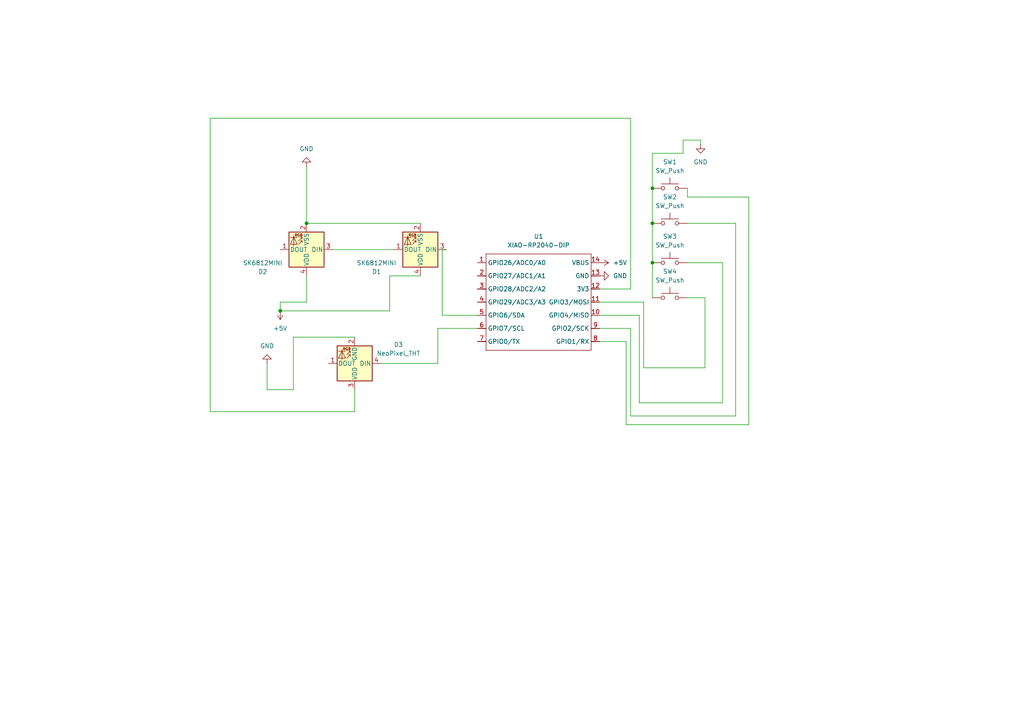
<source format=kicad_sch>
(kicad_sch
	(version 20250114)
	(generator "eeschema")
	(generator_version "9.0")
	(uuid "3b64f3d3-d1ce-470e-b686-868833528a99")
	(paper "A4")
	(lib_symbols
		(symbol "LED:NeoPixel_THT"
			(pin_names
				(offset 0.254)
			)
			(exclude_from_sim no)
			(in_bom yes)
			(on_board yes)
			(property "Reference" "D"
				(at 5.08 5.715 0)
				(effects
					(font
						(size 1.27 1.27)
					)
					(justify right bottom)
				)
			)
			(property "Value" "NeoPixel_THT"
				(at 1.27 -5.715 0)
				(effects
					(font
						(size 1.27 1.27)
					)
					(justify left top)
				)
			)
			(property "Footprint" ""
				(at 1.27 -7.62 0)
				(effects
					(font
						(size 1.27 1.27)
					)
					(justify left top)
					(hide yes)
				)
			)
			(property "Datasheet" "https://www.adafruit.com/product/1938"
				(at 2.54 -9.525 0)
				(effects
					(font
						(size 1.27 1.27)
					)
					(justify left top)
					(hide yes)
				)
			)
			(property "Description" "RGB LED with integrated controller, 5mm/8mm LED package"
				(at 0 0 0)
				(effects
					(font
						(size 1.27 1.27)
					)
					(hide yes)
				)
			)
			(property "ki_keywords" "RGB LED NeoPixel addressable"
				(at 0 0 0)
				(effects
					(font
						(size 1.27 1.27)
					)
					(hide yes)
				)
			)
			(property "ki_fp_filters" "LED*D5.0mm* LED*D8.0mm*"
				(at 0 0 0)
				(effects
					(font
						(size 1.27 1.27)
					)
					(hide yes)
				)
			)
			(symbol "NeoPixel_THT_0_0"
				(text "RGB"
					(at 2.286 -4.191 0)
					(effects
						(font
							(size 0.762 0.762)
						)
					)
				)
			)
			(symbol "NeoPixel_THT_0_1"
				(polyline
					(pts
						(xy 1.27 -2.54) (xy 1.778 -2.54)
					)
					(stroke
						(width 0)
						(type default)
					)
					(fill
						(type none)
					)
				)
				(polyline
					(pts
						(xy 1.27 -3.556) (xy 1.778 -3.556)
					)
					(stroke
						(width 0)
						(type default)
					)
					(fill
						(type none)
					)
				)
				(polyline
					(pts
						(xy 2.286 -1.524) (xy 1.27 -2.54) (xy 1.27 -2.032)
					)
					(stroke
						(width 0)
						(type default)
					)
					(fill
						(type none)
					)
				)
				(polyline
					(pts
						(xy 2.286 -2.54) (xy 1.27 -3.556) (xy 1.27 -3.048)
					)
					(stroke
						(width 0)
						(type default)
					)
					(fill
						(type none)
					)
				)
				(polyline
					(pts
						(xy 3.683 -1.016) (xy 3.683 -3.556) (xy 3.683 -4.064)
					)
					(stroke
						(width 0)
						(type default)
					)
					(fill
						(type none)
					)
				)
				(polyline
					(pts
						(xy 4.699 -1.524) (xy 2.667 -1.524) (xy 3.683 -3.556) (xy 4.699 -1.524)
					)
					(stroke
						(width 0)
						(type default)
					)
					(fill
						(type none)
					)
				)
				(polyline
					(pts
						(xy 4.699 -3.556) (xy 2.667 -3.556)
					)
					(stroke
						(width 0)
						(type default)
					)
					(fill
						(type none)
					)
				)
				(rectangle
					(start 5.08 5.08)
					(end -5.08 -5.08)
					(stroke
						(width 0.254)
						(type default)
					)
					(fill
						(type background)
					)
				)
			)
			(symbol "NeoPixel_THT_1_1"
				(pin input line
					(at -7.62 0 0)
					(length 2.54)
					(name "DIN"
						(effects
							(font
								(size 1.27 1.27)
							)
						)
					)
					(number "4"
						(effects
							(font
								(size 1.27 1.27)
							)
						)
					)
				)
				(pin power_in line
					(at 0 7.62 270)
					(length 2.54)
					(name "VDD"
						(effects
							(font
								(size 1.27 1.27)
							)
						)
					)
					(number "3"
						(effects
							(font
								(size 1.27 1.27)
							)
						)
					)
				)
				(pin power_in line
					(at 0 -7.62 90)
					(length 2.54)
					(name "GND"
						(effects
							(font
								(size 1.27 1.27)
							)
						)
					)
					(number "2"
						(effects
							(font
								(size 1.27 1.27)
							)
						)
					)
				)
				(pin output line
					(at 7.62 0 180)
					(length 2.54)
					(name "DOUT"
						(effects
							(font
								(size 1.27 1.27)
							)
						)
					)
					(number "1"
						(effects
							(font
								(size 1.27 1.27)
							)
						)
					)
				)
			)
			(embedded_fonts no)
		)
		(symbol "LED:SK6812MINI"
			(pin_names
				(offset 0.254)
			)
			(exclude_from_sim no)
			(in_bom yes)
			(on_board yes)
			(property "Reference" "D"
				(at 5.08 5.715 0)
				(effects
					(font
						(size 1.27 1.27)
					)
					(justify right bottom)
				)
			)
			(property "Value" "SK6812MINI"
				(at 1.27 -5.715 0)
				(effects
					(font
						(size 1.27 1.27)
					)
					(justify left top)
				)
			)
			(property "Footprint" "LED_SMD:LED_SK6812MINI_PLCC4_3.5x3.5mm_P1.75mm"
				(at 1.27 -7.62 0)
				(effects
					(font
						(size 1.27 1.27)
					)
					(justify left top)
					(hide yes)
				)
			)
			(property "Datasheet" "https://cdn-shop.adafruit.com/product-files/2686/SK6812MINI_REV.01-1-2.pdf"
				(at 2.54 -9.525 0)
				(effects
					(font
						(size 1.27 1.27)
					)
					(justify left top)
					(hide yes)
				)
			)
			(property "Description" "RGB LED with integrated controller"
				(at 0 0 0)
				(effects
					(font
						(size 1.27 1.27)
					)
					(hide yes)
				)
			)
			(property "ki_keywords" "RGB LED NeoPixel Mini addressable"
				(at 0 0 0)
				(effects
					(font
						(size 1.27 1.27)
					)
					(hide yes)
				)
			)
			(property "ki_fp_filters" "LED*SK6812MINI*PLCC*3.5x3.5mm*P1.75mm*"
				(at 0 0 0)
				(effects
					(font
						(size 1.27 1.27)
					)
					(hide yes)
				)
			)
			(symbol "SK6812MINI_0_0"
				(text "RGB"
					(at 2.286 -4.191 0)
					(effects
						(font
							(size 0.762 0.762)
						)
					)
				)
			)
			(symbol "SK6812MINI_0_1"
				(polyline
					(pts
						(xy 1.27 -2.54) (xy 1.778 -2.54)
					)
					(stroke
						(width 0)
						(type default)
					)
					(fill
						(type none)
					)
				)
				(polyline
					(pts
						(xy 1.27 -3.556) (xy 1.778 -3.556)
					)
					(stroke
						(width 0)
						(type default)
					)
					(fill
						(type none)
					)
				)
				(polyline
					(pts
						(xy 2.286 -1.524) (xy 1.27 -2.54) (xy 1.27 -2.032)
					)
					(stroke
						(width 0)
						(type default)
					)
					(fill
						(type none)
					)
				)
				(polyline
					(pts
						(xy 2.286 -2.54) (xy 1.27 -3.556) (xy 1.27 -3.048)
					)
					(stroke
						(width 0)
						(type default)
					)
					(fill
						(type none)
					)
				)
				(polyline
					(pts
						(xy 3.683 -1.016) (xy 3.683 -3.556) (xy 3.683 -4.064)
					)
					(stroke
						(width 0)
						(type default)
					)
					(fill
						(type none)
					)
				)
				(polyline
					(pts
						(xy 4.699 -1.524) (xy 2.667 -1.524) (xy 3.683 -3.556) (xy 4.699 -1.524)
					)
					(stroke
						(width 0)
						(type default)
					)
					(fill
						(type none)
					)
				)
				(polyline
					(pts
						(xy 4.699 -3.556) (xy 2.667 -3.556)
					)
					(stroke
						(width 0)
						(type default)
					)
					(fill
						(type none)
					)
				)
				(rectangle
					(start 5.08 5.08)
					(end -5.08 -5.08)
					(stroke
						(width 0.254)
						(type default)
					)
					(fill
						(type background)
					)
				)
			)
			(symbol "SK6812MINI_1_1"
				(pin input line
					(at -7.62 0 0)
					(length 2.54)
					(name "DIN"
						(effects
							(font
								(size 1.27 1.27)
							)
						)
					)
					(number "3"
						(effects
							(font
								(size 1.27 1.27)
							)
						)
					)
				)
				(pin power_in line
					(at 0 7.62 270)
					(length 2.54)
					(name "VDD"
						(effects
							(font
								(size 1.27 1.27)
							)
						)
					)
					(number "4"
						(effects
							(font
								(size 1.27 1.27)
							)
						)
					)
				)
				(pin power_in line
					(at 0 -7.62 90)
					(length 2.54)
					(name "VSS"
						(effects
							(font
								(size 1.27 1.27)
							)
						)
					)
					(number "2"
						(effects
							(font
								(size 1.27 1.27)
							)
						)
					)
				)
				(pin output line
					(at 7.62 0 180)
					(length 2.54)
					(name "DOUT"
						(effects
							(font
								(size 1.27 1.27)
							)
						)
					)
					(number "1"
						(effects
							(font
								(size 1.27 1.27)
							)
						)
					)
				)
			)
			(embedded_fonts no)
		)
		(symbol "OPL:XIAO-RP2040-DIP"
			(exclude_from_sim no)
			(in_bom yes)
			(on_board yes)
			(property "Reference" "U"
				(at 0 0 0)
				(effects
					(font
						(size 1.27 1.27)
					)
				)
			)
			(property "Value" "XIAO-RP2040-DIP"
				(at 5.334 -1.778 0)
				(effects
					(font
						(size 1.27 1.27)
					)
				)
			)
			(property "Footprint" "Module:MOUDLE14P-XIAO-DIP-SMD"
				(at 14.478 -32.258 0)
				(effects
					(font
						(size 1.27 1.27)
					)
					(hide yes)
				)
			)
			(property "Datasheet" ""
				(at 0 0 0)
				(effects
					(font
						(size 1.27 1.27)
					)
					(hide yes)
				)
			)
			(property "Description" ""
				(at 0 0 0)
				(effects
					(font
						(size 1.27 1.27)
					)
					(hide yes)
				)
			)
			(symbol "XIAO-RP2040-DIP_1_0"
				(polyline
					(pts
						(xy -1.27 -2.54) (xy 29.21 -2.54)
					)
					(stroke
						(width 0.1524)
						(type solid)
					)
					(fill
						(type none)
					)
				)
				(polyline
					(pts
						(xy -1.27 -5.08) (xy -2.54 -5.08)
					)
					(stroke
						(width 0.1524)
						(type solid)
					)
					(fill
						(type none)
					)
				)
				(polyline
					(pts
						(xy -1.27 -5.08) (xy -1.27 -2.54)
					)
					(stroke
						(width 0.1524)
						(type solid)
					)
					(fill
						(type none)
					)
				)
				(polyline
					(pts
						(xy -1.27 -8.89) (xy -2.54 -8.89)
					)
					(stroke
						(width 0.1524)
						(type solid)
					)
					(fill
						(type none)
					)
				)
				(polyline
					(pts
						(xy -1.27 -8.89) (xy -1.27 -5.08)
					)
					(stroke
						(width 0.1524)
						(type solid)
					)
					(fill
						(type none)
					)
				)
				(polyline
					(pts
						(xy -1.27 -12.7) (xy -2.54 -12.7)
					)
					(stroke
						(width 0.1524)
						(type solid)
					)
					(fill
						(type none)
					)
				)
				(polyline
					(pts
						(xy -1.27 -12.7) (xy -1.27 -8.89)
					)
					(stroke
						(width 0.1524)
						(type solid)
					)
					(fill
						(type none)
					)
				)
				(polyline
					(pts
						(xy -1.27 -16.51) (xy -2.54 -16.51)
					)
					(stroke
						(width 0.1524)
						(type solid)
					)
					(fill
						(type none)
					)
				)
				(polyline
					(pts
						(xy -1.27 -16.51) (xy -1.27 -12.7)
					)
					(stroke
						(width 0.1524)
						(type solid)
					)
					(fill
						(type none)
					)
				)
				(polyline
					(pts
						(xy -1.27 -20.32) (xy -2.54 -20.32)
					)
					(stroke
						(width 0.1524)
						(type solid)
					)
					(fill
						(type none)
					)
				)
				(polyline
					(pts
						(xy -1.27 -24.13) (xy -2.54 -24.13)
					)
					(stroke
						(width 0.1524)
						(type solid)
					)
					(fill
						(type none)
					)
				)
				(polyline
					(pts
						(xy -1.27 -27.94) (xy -2.54 -27.94)
					)
					(stroke
						(width 0.1524)
						(type solid)
					)
					(fill
						(type none)
					)
				)
				(polyline
					(pts
						(xy -1.27 -30.48) (xy -1.27 -16.51)
					)
					(stroke
						(width 0.1524)
						(type solid)
					)
					(fill
						(type none)
					)
				)
				(polyline
					(pts
						(xy 29.21 -2.54) (xy 29.21 -5.08)
					)
					(stroke
						(width 0.1524)
						(type solid)
					)
					(fill
						(type none)
					)
				)
				(polyline
					(pts
						(xy 29.21 -5.08) (xy 29.21 -8.89)
					)
					(stroke
						(width 0.1524)
						(type solid)
					)
					(fill
						(type none)
					)
				)
				(polyline
					(pts
						(xy 29.21 -8.89) (xy 29.21 -12.7)
					)
					(stroke
						(width 0.1524)
						(type solid)
					)
					(fill
						(type none)
					)
				)
				(polyline
					(pts
						(xy 29.21 -12.7) (xy 29.21 -30.48)
					)
					(stroke
						(width 0.1524)
						(type solid)
					)
					(fill
						(type none)
					)
				)
				(polyline
					(pts
						(xy 29.21 -30.48) (xy -1.27 -30.48)
					)
					(stroke
						(width 0.1524)
						(type solid)
					)
					(fill
						(type none)
					)
				)
				(polyline
					(pts
						(xy 30.48 -5.08) (xy 29.21 -5.08)
					)
					(stroke
						(width 0.1524)
						(type solid)
					)
					(fill
						(type none)
					)
				)
				(polyline
					(pts
						(xy 30.48 -8.89) (xy 29.21 -8.89)
					)
					(stroke
						(width 0.1524)
						(type solid)
					)
					(fill
						(type none)
					)
				)
				(polyline
					(pts
						(xy 30.48 -12.7) (xy 29.21 -12.7)
					)
					(stroke
						(width 0.1524)
						(type solid)
					)
					(fill
						(type none)
					)
				)
				(polyline
					(pts
						(xy 30.48 -16.51) (xy 29.21 -16.51)
					)
					(stroke
						(width 0.1524)
						(type solid)
					)
					(fill
						(type none)
					)
				)
				(polyline
					(pts
						(xy 30.48 -20.32) (xy 29.21 -20.32)
					)
					(stroke
						(width 0.1524)
						(type solid)
					)
					(fill
						(type none)
					)
				)
				(polyline
					(pts
						(xy 30.48 -24.13) (xy 29.21 -24.13)
					)
					(stroke
						(width 0.1524)
						(type solid)
					)
					(fill
						(type none)
					)
				)
				(polyline
					(pts
						(xy 30.48 -27.94) (xy 29.21 -27.94)
					)
					(stroke
						(width 0.1524)
						(type solid)
					)
					(fill
						(type none)
					)
				)
				(pin passive line
					(at -3.81 -5.08 0)
					(length 2.54)
					(name "GPIO26/ADC0/A0"
						(effects
							(font
								(size 1.27 1.27)
							)
						)
					)
					(number "1"
						(effects
							(font
								(size 1.27 1.27)
							)
						)
					)
				)
				(pin passive line
					(at -3.81 -8.89 0)
					(length 2.54)
					(name "GPIO27/ADC1/A1"
						(effects
							(font
								(size 1.27 1.27)
							)
						)
					)
					(number "2"
						(effects
							(font
								(size 1.27 1.27)
							)
						)
					)
				)
				(pin passive line
					(at -3.81 -12.7 0)
					(length 2.54)
					(name "GPIO28/ADC2/A2"
						(effects
							(font
								(size 1.27 1.27)
							)
						)
					)
					(number "3"
						(effects
							(font
								(size 1.27 1.27)
							)
						)
					)
				)
				(pin passive line
					(at -3.81 -16.51 0)
					(length 2.54)
					(name "GPIO29/ADC3/A3"
						(effects
							(font
								(size 1.27 1.27)
							)
						)
					)
					(number "4"
						(effects
							(font
								(size 1.27 1.27)
							)
						)
					)
				)
				(pin passive line
					(at -3.81 -20.32 0)
					(length 2.54)
					(name "GPIO6/SDA"
						(effects
							(font
								(size 1.27 1.27)
							)
						)
					)
					(number "5"
						(effects
							(font
								(size 1.27 1.27)
							)
						)
					)
				)
				(pin passive line
					(at -3.81 -24.13 0)
					(length 2.54)
					(name "GPIO7/SCL"
						(effects
							(font
								(size 1.27 1.27)
							)
						)
					)
					(number "6"
						(effects
							(font
								(size 1.27 1.27)
							)
						)
					)
				)
				(pin passive line
					(at -3.81 -27.94 0)
					(length 2.54)
					(name "GPIO0/TX"
						(effects
							(font
								(size 1.27 1.27)
							)
						)
					)
					(number "7"
						(effects
							(font
								(size 1.27 1.27)
							)
						)
					)
				)
				(pin passive line
					(at 31.75 -5.08 180)
					(length 2.54)
					(name "VBUS"
						(effects
							(font
								(size 1.27 1.27)
							)
						)
					)
					(number "14"
						(effects
							(font
								(size 1.27 1.27)
							)
						)
					)
				)
				(pin passive line
					(at 31.75 -8.89 180)
					(length 2.54)
					(name "GND"
						(effects
							(font
								(size 1.27 1.27)
							)
						)
					)
					(number "13"
						(effects
							(font
								(size 1.27 1.27)
							)
						)
					)
				)
				(pin passive line
					(at 31.75 -12.7 180)
					(length 2.54)
					(name "3V3"
						(effects
							(font
								(size 1.27 1.27)
							)
						)
					)
					(number "12"
						(effects
							(font
								(size 1.27 1.27)
							)
						)
					)
				)
				(pin passive line
					(at 31.75 -16.51 180)
					(length 2.54)
					(name "GPIO3/MOSI"
						(effects
							(font
								(size 1.27 1.27)
							)
						)
					)
					(number "11"
						(effects
							(font
								(size 1.27 1.27)
							)
						)
					)
				)
				(pin passive line
					(at 31.75 -20.32 180)
					(length 2.54)
					(name "GPIO4/MISO"
						(effects
							(font
								(size 1.27 1.27)
							)
						)
					)
					(number "10"
						(effects
							(font
								(size 1.27 1.27)
							)
						)
					)
				)
				(pin passive line
					(at 31.75 -24.13 180)
					(length 2.54)
					(name "GPIO2/SCK"
						(effects
							(font
								(size 1.27 1.27)
							)
						)
					)
					(number "9"
						(effects
							(font
								(size 1.27 1.27)
							)
						)
					)
				)
				(pin passive line
					(at 31.75 -27.94 180)
					(length 2.54)
					(name "GPIO1/RX"
						(effects
							(font
								(size 1.27 1.27)
							)
						)
					)
					(number "8"
						(effects
							(font
								(size 1.27 1.27)
							)
						)
					)
				)
			)
			(embedded_fonts no)
		)
		(symbol "Switch:SW_Push"
			(pin_numbers
				(hide yes)
			)
			(pin_names
				(offset 1.016)
				(hide yes)
			)
			(exclude_from_sim no)
			(in_bom yes)
			(on_board yes)
			(property "Reference" "SW"
				(at 1.27 2.54 0)
				(effects
					(font
						(size 1.27 1.27)
					)
					(justify left)
				)
			)
			(property "Value" "SW_Push"
				(at 0 -1.524 0)
				(effects
					(font
						(size 1.27 1.27)
					)
				)
			)
			(property "Footprint" ""
				(at 0 5.08 0)
				(effects
					(font
						(size 1.27 1.27)
					)
					(hide yes)
				)
			)
			(property "Datasheet" "~"
				(at 0 5.08 0)
				(effects
					(font
						(size 1.27 1.27)
					)
					(hide yes)
				)
			)
			(property "Description" "Push button switch, generic, two pins"
				(at 0 0 0)
				(effects
					(font
						(size 1.27 1.27)
					)
					(hide yes)
				)
			)
			(property "ki_keywords" "switch normally-open pushbutton push-button"
				(at 0 0 0)
				(effects
					(font
						(size 1.27 1.27)
					)
					(hide yes)
				)
			)
			(symbol "SW_Push_0_1"
				(circle
					(center -2.032 0)
					(radius 0.508)
					(stroke
						(width 0)
						(type default)
					)
					(fill
						(type none)
					)
				)
				(polyline
					(pts
						(xy 0 1.27) (xy 0 3.048)
					)
					(stroke
						(width 0)
						(type default)
					)
					(fill
						(type none)
					)
				)
				(circle
					(center 2.032 0)
					(radius 0.508)
					(stroke
						(width 0)
						(type default)
					)
					(fill
						(type none)
					)
				)
				(polyline
					(pts
						(xy 2.54 1.27) (xy -2.54 1.27)
					)
					(stroke
						(width 0)
						(type default)
					)
					(fill
						(type none)
					)
				)
				(pin passive line
					(at -5.08 0 0)
					(length 2.54)
					(name "1"
						(effects
							(font
								(size 1.27 1.27)
							)
						)
					)
					(number "1"
						(effects
							(font
								(size 1.27 1.27)
							)
						)
					)
				)
				(pin passive line
					(at 5.08 0 180)
					(length 2.54)
					(name "2"
						(effects
							(font
								(size 1.27 1.27)
							)
						)
					)
					(number "2"
						(effects
							(font
								(size 1.27 1.27)
							)
						)
					)
				)
			)
			(embedded_fonts no)
		)
		(symbol "power:+5V"
			(power)
			(pin_numbers
				(hide yes)
			)
			(pin_names
				(offset 0)
				(hide yes)
			)
			(exclude_from_sim no)
			(in_bom yes)
			(on_board yes)
			(property "Reference" "#PWR"
				(at 0 -3.81 0)
				(effects
					(font
						(size 1.27 1.27)
					)
					(hide yes)
				)
			)
			(property "Value" "+5V"
				(at 0 3.556 0)
				(effects
					(font
						(size 1.27 1.27)
					)
				)
			)
			(property "Footprint" ""
				(at 0 0 0)
				(effects
					(font
						(size 1.27 1.27)
					)
					(hide yes)
				)
			)
			(property "Datasheet" ""
				(at 0 0 0)
				(effects
					(font
						(size 1.27 1.27)
					)
					(hide yes)
				)
			)
			(property "Description" "Power symbol creates a global label with name \"+5V\""
				(at 0 0 0)
				(effects
					(font
						(size 1.27 1.27)
					)
					(hide yes)
				)
			)
			(property "ki_keywords" "global power"
				(at 0 0 0)
				(effects
					(font
						(size 1.27 1.27)
					)
					(hide yes)
				)
			)
			(symbol "+5V_0_1"
				(polyline
					(pts
						(xy -0.762 1.27) (xy 0 2.54)
					)
					(stroke
						(width 0)
						(type default)
					)
					(fill
						(type none)
					)
				)
				(polyline
					(pts
						(xy 0 2.54) (xy 0.762 1.27)
					)
					(stroke
						(width 0)
						(type default)
					)
					(fill
						(type none)
					)
				)
				(polyline
					(pts
						(xy 0 0) (xy 0 2.54)
					)
					(stroke
						(width 0)
						(type default)
					)
					(fill
						(type none)
					)
				)
			)
			(symbol "+5V_1_1"
				(pin power_in line
					(at 0 0 90)
					(length 0)
					(name "~"
						(effects
							(font
								(size 1.27 1.27)
							)
						)
					)
					(number "1"
						(effects
							(font
								(size 1.27 1.27)
							)
						)
					)
				)
			)
			(embedded_fonts no)
		)
		(symbol "power:GND"
			(power)
			(pin_numbers
				(hide yes)
			)
			(pin_names
				(offset 0)
				(hide yes)
			)
			(exclude_from_sim no)
			(in_bom yes)
			(on_board yes)
			(property "Reference" "#PWR"
				(at 0 -6.35 0)
				(effects
					(font
						(size 1.27 1.27)
					)
					(hide yes)
				)
			)
			(property "Value" "GND"
				(at 0 -3.81 0)
				(effects
					(font
						(size 1.27 1.27)
					)
				)
			)
			(property "Footprint" ""
				(at 0 0 0)
				(effects
					(font
						(size 1.27 1.27)
					)
					(hide yes)
				)
			)
			(property "Datasheet" ""
				(at 0 0 0)
				(effects
					(font
						(size 1.27 1.27)
					)
					(hide yes)
				)
			)
			(property "Description" "Power symbol creates a global label with name \"GND\" , ground"
				(at 0 0 0)
				(effects
					(font
						(size 1.27 1.27)
					)
					(hide yes)
				)
			)
			(property "ki_keywords" "global power"
				(at 0 0 0)
				(effects
					(font
						(size 1.27 1.27)
					)
					(hide yes)
				)
			)
			(symbol "GND_0_1"
				(polyline
					(pts
						(xy 0 0) (xy 0 -1.27) (xy 1.27 -1.27) (xy 0 -2.54) (xy -1.27 -1.27) (xy 0 -1.27)
					)
					(stroke
						(width 0)
						(type default)
					)
					(fill
						(type none)
					)
				)
			)
			(symbol "GND_1_1"
				(pin power_in line
					(at 0 0 270)
					(length 0)
					(name "~"
						(effects
							(font
								(size 1.27 1.27)
							)
						)
					)
					(number "1"
						(effects
							(font
								(size 1.27 1.27)
							)
						)
					)
				)
			)
			(embedded_fonts no)
		)
	)
	(junction
		(at 81.28 90.17)
		(diameter 0)
		(color 0 0 0 0)
		(uuid "180503d7-3f80-49ab-89a4-fa470e00b27c")
	)
	(junction
		(at 88.9 64.77)
		(diameter 0)
		(color 0 0 0 0)
		(uuid "2c67404a-ce44-43d5-a21d-d3b9f94dee80")
	)
	(junction
		(at 189.23 64.77)
		(diameter 0)
		(color 0 0 0 0)
		(uuid "7b33e803-e106-4ecb-9f6a-685784e14fbb")
	)
	(junction
		(at 189.23 54.61)
		(diameter 0)
		(color 0 0 0 0)
		(uuid "8f282369-397c-4d49-b286-4d0d0682a63e")
	)
	(junction
		(at 189.23 76.2)
		(diameter 0)
		(color 0 0 0 0)
		(uuid "9f75e3f7-c5ef-4eae-96bc-1280bce5a0ba")
	)
	(wire
		(pts
			(xy 121.92 64.77) (xy 88.9 64.77)
		)
		(stroke
			(width 0)
			(type default)
		)
		(uuid "0116cff6-8b27-4356-9886-b20c596a491b")
	)
	(wire
		(pts
			(xy 182.88 120.65) (xy 182.88 95.25)
		)
		(stroke
			(width 0)
			(type default)
		)
		(uuid "02094b4b-a49f-46e5-8486-16db8c3751a3")
	)
	(wire
		(pts
			(xy 199.39 57.15) (xy 217.17 57.15)
		)
		(stroke
			(width 0)
			(type default)
		)
		(uuid "027a9015-0e90-4054-a04b-0311a607eb06")
	)
	(wire
		(pts
			(xy 181.61 99.06) (xy 173.99 99.06)
		)
		(stroke
			(width 0)
			(type default)
		)
		(uuid "05ce6113-4bb6-4ebe-8cf2-2fb5b2d57a4b")
	)
	(wire
		(pts
			(xy 185.42 116.84) (xy 185.42 91.44)
		)
		(stroke
			(width 0)
			(type default)
		)
		(uuid "067165a0-9a38-42d6-be15-57ccd26ee69d")
	)
	(wire
		(pts
			(xy 204.47 106.68) (xy 186.69 106.68)
		)
		(stroke
			(width 0)
			(type default)
		)
		(uuid "0b9e7d18-2ecd-4e89-8f0e-8bec0f7a0a28")
	)
	(wire
		(pts
			(xy 85.09 97.79) (xy 85.09 113.03)
		)
		(stroke
			(width 0)
			(type default)
		)
		(uuid "0db876eb-3e5f-436a-aa32-21f3a212a6f5")
	)
	(wire
		(pts
			(xy 203.2 40.64) (xy 203.2 41.91)
		)
		(stroke
			(width 0)
			(type default)
		)
		(uuid "0f6534a7-54da-41f4-9eaa-42292ab1f23c")
	)
	(wire
		(pts
			(xy 199.39 64.77) (xy 213.36 64.77)
		)
		(stroke
			(width 0)
			(type default)
		)
		(uuid "13384ddd-3d69-4e26-9a69-049803191fc0")
	)
	(wire
		(pts
			(xy 102.87 97.79) (xy 85.09 97.79)
		)
		(stroke
			(width 0)
			(type default)
		)
		(uuid "1b11ff22-eaeb-4cc1-918e-cab2a3428515")
	)
	(wire
		(pts
			(xy 60.96 34.29) (xy 182.88 34.29)
		)
		(stroke
			(width 0)
			(type default)
		)
		(uuid "22576af0-23a6-4acd-aa13-f257aa5098a3")
	)
	(wire
		(pts
			(xy 185.42 91.44) (xy 173.99 91.44)
		)
		(stroke
			(width 0)
			(type default)
		)
		(uuid "2faafb7a-5d63-4911-a939-4a8c2d4850ba")
	)
	(wire
		(pts
			(xy 81.28 87.63) (xy 81.28 90.17)
		)
		(stroke
			(width 0)
			(type default)
		)
		(uuid "324d0764-bede-40fa-a9ed-b9996081c4ce")
	)
	(wire
		(pts
			(xy 217.17 57.15) (xy 217.17 123.19)
		)
		(stroke
			(width 0)
			(type default)
		)
		(uuid "34198597-5f91-406e-9b60-029551c46277")
	)
	(wire
		(pts
			(xy 217.17 123.19) (xy 181.61 123.19)
		)
		(stroke
			(width 0)
			(type default)
		)
		(uuid "36d968f0-255a-4dc2-ad92-bf2e8781cada")
	)
	(wire
		(pts
			(xy 102.87 119.38) (xy 102.87 113.03)
		)
		(stroke
			(width 0)
			(type default)
		)
		(uuid "3cea2c7c-b3fc-4df6-8137-e75fd8760f91")
	)
	(wire
		(pts
			(xy 128.27 91.44) (xy 138.43 91.44)
		)
		(stroke
			(width 0)
			(type default)
		)
		(uuid "3eca8b9b-9c0a-44fe-b4da-e52f1f214c48")
	)
	(wire
		(pts
			(xy 181.61 123.19) (xy 181.61 99.06)
		)
		(stroke
			(width 0)
			(type default)
		)
		(uuid "4952a2b8-88be-4f87-8968-e957e8b8456b")
	)
	(wire
		(pts
			(xy 121.92 80.01) (xy 113.03 80.01)
		)
		(stroke
			(width 0)
			(type default)
		)
		(uuid "4bd01ae2-7bfd-43da-b2b2-5e1b8214e6c1")
	)
	(wire
		(pts
			(xy 209.55 76.2) (xy 209.55 116.84)
		)
		(stroke
			(width 0)
			(type default)
		)
		(uuid "4d309cb0-057f-45ae-9c66-d617bb61fd59")
	)
	(wire
		(pts
			(xy 186.69 106.68) (xy 186.69 87.63)
		)
		(stroke
			(width 0)
			(type default)
		)
		(uuid "52d62de0-9a99-4564-b5cd-f098febb0021")
	)
	(wire
		(pts
			(xy 199.39 57.15) (xy 199.39 54.61)
		)
		(stroke
			(width 0)
			(type default)
		)
		(uuid "53688c7a-515d-488a-9287-892beb1b32c0")
	)
	(wire
		(pts
			(xy 60.96 119.38) (xy 60.96 34.29)
		)
		(stroke
			(width 0)
			(type default)
		)
		(uuid "6281caa1-1ad6-4f61-8efc-2122ff6be152")
	)
	(wire
		(pts
			(xy 198.12 44.45) (xy 198.12 40.64)
		)
		(stroke
			(width 0)
			(type default)
		)
		(uuid "6558af38-45cd-4057-99e8-991b24bc081f")
	)
	(wire
		(pts
			(xy 182.88 34.29) (xy 182.88 83.82)
		)
		(stroke
			(width 0)
			(type default)
		)
		(uuid "683ba4e9-50b3-43e7-afd9-a90305cf0277")
	)
	(wire
		(pts
			(xy 88.9 80.01) (xy 88.9 87.63)
		)
		(stroke
			(width 0)
			(type default)
		)
		(uuid "6cc7d38d-b22d-4523-8523-41c0fefde99d")
	)
	(wire
		(pts
			(xy 114.3 72.39) (xy 96.52 72.39)
		)
		(stroke
			(width 0)
			(type default)
		)
		(uuid "730718fd-db8c-4fc8-9831-1fde0731d54d")
	)
	(wire
		(pts
			(xy 77.47 113.03) (xy 77.47 105.41)
		)
		(stroke
			(width 0)
			(type default)
		)
		(uuid "78add7a9-89c5-46bf-8797-acaf18fab681")
	)
	(wire
		(pts
			(xy 88.9 48.26) (xy 88.9 64.77)
		)
		(stroke
			(width 0)
			(type default)
		)
		(uuid "7d9982a0-5dc8-45cf-897a-7d20ad385094")
	)
	(wire
		(pts
			(xy 138.43 95.25) (xy 127 95.25)
		)
		(stroke
			(width 0)
			(type default)
		)
		(uuid "7fc873b4-81a1-4c09-9081-c97743856ae5")
	)
	(wire
		(pts
			(xy 189.23 64.77) (xy 189.23 76.2)
		)
		(stroke
			(width 0)
			(type default)
		)
		(uuid "7ff6c363-0f34-4762-a7c9-4e69a58528e1")
	)
	(wire
		(pts
			(xy 128.27 91.44) (xy 128.27 72.39)
		)
		(stroke
			(width 0)
			(type default)
		)
		(uuid "85cb0a4e-9b23-4a79-8b65-0a7a7854486b")
	)
	(wire
		(pts
			(xy 182.88 83.82) (xy 173.99 83.82)
		)
		(stroke
			(width 0)
			(type default)
		)
		(uuid "893d91ae-f464-4606-a8d5-ade8e145a04f")
	)
	(wire
		(pts
			(xy 113.03 90.17) (xy 81.28 90.17)
		)
		(stroke
			(width 0)
			(type default)
		)
		(uuid "897d8665-fad5-45bc-87e7-48d254f25b2a")
	)
	(wire
		(pts
			(xy 198.12 40.64) (xy 203.2 40.64)
		)
		(stroke
			(width 0)
			(type default)
		)
		(uuid "8a4589cb-4852-4856-889c-df1ea141f02e")
	)
	(wire
		(pts
			(xy 186.69 87.63) (xy 173.99 87.63)
		)
		(stroke
			(width 0)
			(type default)
		)
		(uuid "8bbaea9c-a33d-45fa-9233-71a505c38e1f")
	)
	(wire
		(pts
			(xy 85.09 113.03) (xy 77.47 113.03)
		)
		(stroke
			(width 0)
			(type default)
		)
		(uuid "8c765817-b098-481a-bbb9-a06a32b37fc7")
	)
	(wire
		(pts
			(xy 213.36 120.65) (xy 182.88 120.65)
		)
		(stroke
			(width 0)
			(type default)
		)
		(uuid "8fe10bf2-3c9d-46ba-beed-45452f87b311")
	)
	(wire
		(pts
			(xy 189.23 44.45) (xy 189.23 54.61)
		)
		(stroke
			(width 0)
			(type default)
		)
		(uuid "aa7a082f-5ff4-4452-976a-8e34e4d884d9")
	)
	(wire
		(pts
			(xy 127 95.25) (xy 127 105.41)
		)
		(stroke
			(width 0)
			(type default)
		)
		(uuid "b0b93b81-56ba-4ba5-8c8b-59e9a2f15621")
	)
	(wire
		(pts
			(xy 88.9 87.63) (xy 81.28 87.63)
		)
		(stroke
			(width 0)
			(type default)
		)
		(uuid "b5a8f3c2-3dc6-4103-924a-d90a85f84781")
	)
	(wire
		(pts
			(xy 213.36 64.77) (xy 213.36 120.65)
		)
		(stroke
			(width 0)
			(type default)
		)
		(uuid "b96b42be-ede9-414a-a97c-19bfb0d5b588")
	)
	(wire
		(pts
			(xy 102.87 119.38) (xy 60.96 119.38)
		)
		(stroke
			(width 0)
			(type default)
		)
		(uuid "c0569e96-2fcc-4aa2-9ac5-f1e5797573e6")
	)
	(wire
		(pts
			(xy 189.23 76.2) (xy 189.23 86.36)
		)
		(stroke
			(width 0)
			(type default)
		)
		(uuid "c7be6ed9-d5e3-4942-840e-e00fba894c71")
	)
	(wire
		(pts
			(xy 173.99 95.25) (xy 182.88 95.25)
		)
		(stroke
			(width 0)
			(type default)
		)
		(uuid "c7c3fa16-3c09-4905-832e-c5d43459a961")
	)
	(wire
		(pts
			(xy 128.27 72.39) (xy 129.54 72.39)
		)
		(stroke
			(width 0)
			(type default)
		)
		(uuid "c96e630b-c0fa-4bba-800f-cb764496f96f")
	)
	(wire
		(pts
			(xy 204.47 86.36) (xy 204.47 106.68)
		)
		(stroke
			(width 0)
			(type default)
		)
		(uuid "cdf982ae-7199-49a4-91e3-2833af6a9909")
	)
	(wire
		(pts
			(xy 199.39 76.2) (xy 209.55 76.2)
		)
		(stroke
			(width 0)
			(type default)
		)
		(uuid "d704a1b2-94f6-44c5-bf3e-4bc4c5f4477a")
	)
	(wire
		(pts
			(xy 209.55 116.84) (xy 185.42 116.84)
		)
		(stroke
			(width 0)
			(type default)
		)
		(uuid "dd34d130-b0e4-4245-bed8-fe9a526c9214")
	)
	(wire
		(pts
			(xy 113.03 80.01) (xy 113.03 90.17)
		)
		(stroke
			(width 0)
			(type default)
		)
		(uuid "e1d62b86-0e7e-40da-a03c-133dd1a75f06")
	)
	(wire
		(pts
			(xy 198.12 44.45) (xy 189.23 44.45)
		)
		(stroke
			(width 0)
			(type default)
		)
		(uuid "e4fee7b9-5335-4efc-ae40-2b76bc16857b")
	)
	(wire
		(pts
			(xy 127 105.41) (xy 110.49 105.41)
		)
		(stroke
			(width 0)
			(type default)
		)
		(uuid "f680edb3-8e4c-43d7-a200-7cad7b148534")
	)
	(wire
		(pts
			(xy 199.39 86.36) (xy 204.47 86.36)
		)
		(stroke
			(width 0)
			(type default)
		)
		(uuid "f73da5be-0a53-4d4f-b85c-8bdcf41e8e78")
	)
	(wire
		(pts
			(xy 189.23 54.61) (xy 189.23 64.77)
		)
		(stroke
			(width 0)
			(type default)
		)
		(uuid "fbc5bfc8-8c02-4216-b4d8-84b8cd708af3")
	)
	(symbol
		(lib_id "LED:SK6812MINI")
		(at 88.9 72.39 180)
		(unit 1)
		(exclude_from_sim no)
		(in_bom yes)
		(on_board yes)
		(dnp no)
		(fields_autoplaced yes)
		(uuid "05bff819-40de-4f9e-b1d0-9308ee92912f")
		(property "Reference" "D2"
			(at 76.2 78.8102 0)
			(effects
				(font
					(size 1.27 1.27)
				)
			)
		)
		(property "Value" "SK6812MINI"
			(at 76.2 76.2702 0)
			(effects
				(font
					(size 1.27 1.27)
				)
			)
		)
		(property "Footprint" "LED_SMD:LED_SK6812MINI_PLCC4_3.5x3.5mm_P1.75mm"
			(at 87.63 64.77 0)
			(effects
				(font
					(size 1.27 1.27)
				)
				(justify left top)
				(hide yes)
			)
		)
		(property "Datasheet" "https://cdn-shop.adafruit.com/product-files/2686/SK6812MINI_REV.01-1-2.pdf"
			(at 86.36 62.865 0)
			(effects
				(font
					(size 1.27 1.27)
				)
				(justify left top)
				(hide yes)
			)
		)
		(property "Description" "RGB LED with integrated controller"
			(at 88.9 72.39 0)
			(effects
				(font
					(size 1.27 1.27)
				)
				(hide yes)
			)
		)
		(pin "2"
			(uuid "29620d12-b786-456a-ba2a-506edf616a73")
		)
		(pin "3"
			(uuid "48284bbb-6a38-4a33-b064-1f76c1e069e2")
		)
		(pin "1"
			(uuid "6cb628ac-1d25-4063-8801-9306bf83d250")
		)
		(pin "4"
			(uuid "0559da9a-5e38-467a-9ac9-f094481f9e09")
		)
		(instances
			(project ""
				(path "/3b64f3d3-d1ce-470e-b686-868833528a99"
					(reference "D2")
					(unit 1)
				)
			)
		)
	)
	(symbol
		(lib_id "Switch:SW_Push")
		(at 194.31 54.61 0)
		(unit 1)
		(exclude_from_sim no)
		(in_bom yes)
		(on_board yes)
		(dnp no)
		(uuid "0d27b939-7bd8-46ca-bb2f-6014974e3c1f")
		(property "Reference" "SW1"
			(at 194.31 46.99 0)
			(effects
				(font
					(size 1.27 1.27)
				)
			)
		)
		(property "Value" "SW_Push"
			(at 194.31 49.53 0)
			(effects
				(font
					(size 1.27 1.27)
				)
			)
		)
		(property "Footprint" "Button_Switch_Keyboard:SW_Cherry_MX_1.00u_PCB"
			(at 194.31 49.53 0)
			(effects
				(font
					(size 1.27 1.27)
				)
				(hide yes)
			)
		)
		(property "Datasheet" "~"
			(at 194.31 49.53 0)
			(effects
				(font
					(size 1.27 1.27)
				)
				(hide yes)
			)
		)
		(property "Description" "Push button switch, generic, two pins"
			(at 194.31 54.61 0)
			(effects
				(font
					(size 1.27 1.27)
				)
				(hide yes)
			)
		)
		(pin "2"
			(uuid "5a650c19-b811-4ef2-acef-c366b68af3f0")
		)
		(pin "1"
			(uuid "24080ad8-2328-4955-9b1b-286182870965")
		)
		(instances
			(project ""
				(path "/3b64f3d3-d1ce-470e-b686-868833528a99"
					(reference "SW1")
					(unit 1)
				)
			)
		)
	)
	(symbol
		(lib_id "Switch:SW_Push")
		(at 194.31 86.36 0)
		(unit 1)
		(exclude_from_sim no)
		(in_bom yes)
		(on_board yes)
		(dnp no)
		(fields_autoplaced yes)
		(uuid "2d0f7019-1934-4af3-89d3-1e423ebaac0f")
		(property "Reference" "SW4"
			(at 194.31 78.74 0)
			(effects
				(font
					(size 1.27 1.27)
				)
			)
		)
		(property "Value" "SW_Push"
			(at 194.31 81.28 0)
			(effects
				(font
					(size 1.27 1.27)
				)
			)
		)
		(property "Footprint" "Button_Switch_Keyboard:SW_Cherry_MX_1.00u_PCB"
			(at 194.31 81.28 0)
			(effects
				(font
					(size 1.27 1.27)
				)
				(hide yes)
			)
		)
		(property "Datasheet" "~"
			(at 194.31 81.28 0)
			(effects
				(font
					(size 1.27 1.27)
				)
				(hide yes)
			)
		)
		(property "Description" "Push button switch, generic, two pins"
			(at 194.31 86.36 0)
			(effects
				(font
					(size 1.27 1.27)
				)
				(hide yes)
			)
		)
		(pin "2"
			(uuid "67014f71-ffe1-47b0-8f77-4930f3108eea")
		)
		(pin "1"
			(uuid "9bef907f-4525-4b41-839a-deeebb8b340c")
		)
		(instances
			(project "myproj1"
				(path "/3b64f3d3-d1ce-470e-b686-868833528a99"
					(reference "SW4")
					(unit 1)
				)
			)
		)
	)
	(symbol
		(lib_id "power:GND")
		(at 77.47 105.41 180)
		(unit 1)
		(exclude_from_sim no)
		(in_bom yes)
		(on_board yes)
		(dnp no)
		(fields_autoplaced yes)
		(uuid "442822e1-f6e8-4721-b4b5-2dacb5d9ffbe")
		(property "Reference" "#PWR06"
			(at 77.47 99.06 0)
			(effects
				(font
					(size 1.27 1.27)
				)
				(hide yes)
			)
		)
		(property "Value" "GND"
			(at 77.47 100.33 0)
			(effects
				(font
					(size 1.27 1.27)
				)
			)
		)
		(property "Footprint" ""
			(at 77.47 105.41 0)
			(effects
				(font
					(size 1.27 1.27)
				)
				(hide yes)
			)
		)
		(property "Datasheet" ""
			(at 77.47 105.41 0)
			(effects
				(font
					(size 1.27 1.27)
				)
				(hide yes)
			)
		)
		(property "Description" "Power symbol creates a global label with name \"GND\" , ground"
			(at 77.47 105.41 0)
			(effects
				(font
					(size 1.27 1.27)
				)
				(hide yes)
			)
		)
		(pin "1"
			(uuid "74e607f8-66ee-411c-bd19-5c3bbfa84876")
		)
		(instances
			(project "myproj1"
				(path "/3b64f3d3-d1ce-470e-b686-868833528a99"
					(reference "#PWR06")
					(unit 1)
				)
			)
		)
	)
	(symbol
		(lib_id "OPL:XIAO-RP2040-DIP")
		(at 142.24 71.12 0)
		(unit 1)
		(exclude_from_sim no)
		(in_bom yes)
		(on_board yes)
		(dnp no)
		(fields_autoplaced yes)
		(uuid "46a23579-be40-471e-89ff-01d0015881e7")
		(property "Reference" "U1"
			(at 156.21 68.58 0)
			(effects
				(font
					(size 1.27 1.27)
				)
			)
		)
		(property "Value" "XIAO-RP2040-DIP"
			(at 156.21 71.12 0)
			(effects
				(font
					(size 1.27 1.27)
				)
			)
		)
		(property "Footprint" "OPL:XIAO-RP2040-DIP"
			(at 156.718 103.378 0)
			(effects
				(font
					(size 1.27 1.27)
				)
				(hide yes)
			)
		)
		(property "Datasheet" ""
			(at 142.24 71.12 0)
			(effects
				(font
					(size 1.27 1.27)
				)
				(hide yes)
			)
		)
		(property "Description" ""
			(at 142.24 71.12 0)
			(effects
				(font
					(size 1.27 1.27)
				)
				(hide yes)
			)
		)
		(pin "1"
			(uuid "5047698a-a9c5-4ee2-af9f-d19d50af51dd")
		)
		(pin "3"
			(uuid "432a3060-bd8c-498e-b9cd-bd23f5922c06")
		)
		(pin "2"
			(uuid "c874fa3b-8881-42f9-a53a-ce7bf568b959")
		)
		(pin "4"
			(uuid "7f704e66-f7a5-4774-8c31-3131e7cad588")
		)
		(pin "14"
			(uuid "d717d863-e75a-4f89-bc52-3487ffdea265")
		)
		(pin "7"
			(uuid "e5d87e25-6e07-4590-9a44-859f61eb644d")
		)
		(pin "5"
			(uuid "ace220ad-c5f6-4e63-97b1-5499f05975dd")
		)
		(pin "13"
			(uuid "12bec13e-86a2-48e6-8c05-0049a78aab05")
		)
		(pin "11"
			(uuid "c80191b7-2c39-4631-93bf-c2829df84ee0")
		)
		(pin "10"
			(uuid "e496ae32-f5b4-4828-b28f-8eb0e3d90846")
		)
		(pin "9"
			(uuid "c2cde77a-d279-451c-b378-964f58c86f13")
		)
		(pin "12"
			(uuid "7746365d-632d-473d-9b08-4cae65bc6560")
		)
		(pin "8"
			(uuid "c8f9f54b-82ca-42aa-9b85-05ba9f03ce08")
		)
		(pin "6"
			(uuid "a30f7e27-8e36-4b64-a26b-6ba8c58b21d5")
		)
		(instances
			(project ""
				(path "/3b64f3d3-d1ce-470e-b686-868833528a99"
					(reference "U1")
					(unit 1)
				)
			)
		)
	)
	(symbol
		(lib_id "power:GND")
		(at 88.9 48.26 180)
		(unit 1)
		(exclude_from_sim no)
		(in_bom yes)
		(on_board yes)
		(dnp no)
		(fields_autoplaced yes)
		(uuid "612211da-6362-4b78-8693-4d44f1dee67c")
		(property "Reference" "#PWR04"
			(at 88.9 41.91 0)
			(effects
				(font
					(size 1.27 1.27)
				)
				(hide yes)
			)
		)
		(property "Value" "GND"
			(at 88.9 43.18 0)
			(effects
				(font
					(size 1.27 1.27)
				)
			)
		)
		(property "Footprint" ""
			(at 88.9 48.26 0)
			(effects
				(font
					(size 1.27 1.27)
				)
				(hide yes)
			)
		)
		(property "Datasheet" ""
			(at 88.9 48.26 0)
			(effects
				(font
					(size 1.27 1.27)
				)
				(hide yes)
			)
		)
		(property "Description" "Power symbol creates a global label with name \"GND\" , ground"
			(at 88.9 48.26 0)
			(effects
				(font
					(size 1.27 1.27)
				)
				(hide yes)
			)
		)
		(pin "1"
			(uuid "aee83776-6ed4-439a-93fb-0bd20d8e6ac1")
		)
		(instances
			(project "myproj1"
				(path "/3b64f3d3-d1ce-470e-b686-868833528a99"
					(reference "#PWR04")
					(unit 1)
				)
			)
		)
	)
	(symbol
		(lib_id "Switch:SW_Push")
		(at 194.31 64.77 0)
		(unit 1)
		(exclude_from_sim no)
		(in_bom yes)
		(on_board yes)
		(dnp no)
		(uuid "6f4e558d-87ec-451e-a863-648a7fa09923")
		(property "Reference" "SW2"
			(at 194.31 57.15 0)
			(effects
				(font
					(size 1.27 1.27)
				)
			)
		)
		(property "Value" "SW_Push"
			(at 194.31 59.69 0)
			(effects
				(font
					(size 1.27 1.27)
				)
			)
		)
		(property "Footprint" "Button_Switch_Keyboard:SW_Cherry_MX_1.00u_PCB"
			(at 194.31 59.69 0)
			(effects
				(font
					(size 1.27 1.27)
				)
				(hide yes)
			)
		)
		(property "Datasheet" "~"
			(at 194.31 59.69 0)
			(effects
				(font
					(size 1.27 1.27)
				)
				(hide yes)
			)
		)
		(property "Description" "Push button switch, generic, two pins"
			(at 194.31 64.77 0)
			(effects
				(font
					(size 1.27 1.27)
				)
				(hide yes)
			)
		)
		(pin "2"
			(uuid "edc834c6-af41-45bf-90ea-e172a5651947")
		)
		(pin "1"
			(uuid "7a7e60b8-aa5b-4d3a-b216-9ec99b247712")
		)
		(instances
			(project "myproj1"
				(path "/3b64f3d3-d1ce-470e-b686-868833528a99"
					(reference "SW2")
					(unit 1)
				)
			)
		)
	)
	(symbol
		(lib_id "Switch:SW_Push")
		(at 194.31 76.2 0)
		(unit 1)
		(exclude_from_sim no)
		(in_bom yes)
		(on_board yes)
		(dnp no)
		(fields_autoplaced yes)
		(uuid "80793418-0d69-489a-96a7-05f671331298")
		(property "Reference" "SW3"
			(at 194.31 68.58 0)
			(effects
				(font
					(size 1.27 1.27)
				)
			)
		)
		(property "Value" "SW_Push"
			(at 194.31 71.12 0)
			(effects
				(font
					(size 1.27 1.27)
				)
			)
		)
		(property "Footprint" "Button_Switch_Keyboard:SW_Cherry_MX_1.00u_PCB"
			(at 194.31 71.12 0)
			(effects
				(font
					(size 1.27 1.27)
				)
				(hide yes)
			)
		)
		(property "Datasheet" "~"
			(at 194.31 71.12 0)
			(effects
				(font
					(size 1.27 1.27)
				)
				(hide yes)
			)
		)
		(property "Description" "Push button switch, generic, two pins"
			(at 194.31 76.2 0)
			(effects
				(font
					(size 1.27 1.27)
				)
				(hide yes)
			)
		)
		(pin "2"
			(uuid "8a70ece8-840d-4f50-8ce1-6d28f19bf604")
		)
		(pin "1"
			(uuid "dd58420f-4a10-4f13-8cb3-9ae62612a7ac")
		)
		(instances
			(project "myproj1"
				(path "/3b64f3d3-d1ce-470e-b686-868833528a99"
					(reference "SW3")
					(unit 1)
				)
			)
		)
	)
	(symbol
		(lib_id "power:+5V")
		(at 173.99 76.2 270)
		(unit 1)
		(exclude_from_sim no)
		(in_bom yes)
		(on_board yes)
		(dnp no)
		(uuid "a8bf45bf-15e7-4973-95e8-68a1ba6e630d")
		(property "Reference" "#PWR03"
			(at 170.18 76.2 0)
			(effects
				(font
					(size 1.27 1.27)
				)
				(hide yes)
			)
		)
		(property "Value" "+5V"
			(at 177.8 76.1999 90)
			(effects
				(font
					(size 1.27 1.27)
				)
				(justify left)
			)
		)
		(property "Footprint" ""
			(at 173.99 76.2 0)
			(effects
				(font
					(size 1.27 1.27)
				)
				(hide yes)
			)
		)
		(property "Datasheet" ""
			(at 173.99 76.2 0)
			(effects
				(font
					(size 1.27 1.27)
				)
				(hide yes)
			)
		)
		(property "Description" "Power symbol creates a global label with name \"+5V\""
			(at 173.99 76.2 0)
			(effects
				(font
					(size 1.27 1.27)
				)
				(hide yes)
			)
		)
		(pin "1"
			(uuid "e4e76ca0-ad84-464b-b59e-578f15b31ccf")
		)
		(instances
			(project ""
				(path "/3b64f3d3-d1ce-470e-b686-868833528a99"
					(reference "#PWR03")
					(unit 1)
				)
			)
		)
	)
	(symbol
		(lib_id "LED:NeoPixel_THT")
		(at 102.87 105.41 180)
		(unit 1)
		(exclude_from_sim no)
		(in_bom yes)
		(on_board yes)
		(dnp no)
		(fields_autoplaced yes)
		(uuid "b2b5c21d-4c29-4ccb-b791-898ac08ac962")
		(property "Reference" "D3"
			(at 115.57 99.9646 0)
			(effects
				(font
					(size 1.27 1.27)
				)
			)
		)
		(property "Value" "NeoPixel_THT"
			(at 115.57 102.5046 0)
			(effects
				(font
					(size 1.27 1.27)
				)
			)
		)
		(property "Footprint" "LED_SMD:LED_WS2812B-2020_PLCC4_2.0x2.0mm"
			(at 101.6 97.79 0)
			(effects
				(font
					(size 1.27 1.27)
				)
				(justify left top)
				(hide yes)
			)
		)
		(property "Datasheet" "https://www.adafruit.com/product/1938"
			(at 100.33 95.885 0)
			(effects
				(font
					(size 1.27 1.27)
				)
				(justify left top)
				(hide yes)
			)
		)
		(property "Description" "RGB LED with integrated controller, 5mm/8mm LED package"
			(at 102.87 105.41 0)
			(effects
				(font
					(size 1.27 1.27)
				)
				(hide yes)
			)
		)
		(pin "2"
			(uuid "a8673131-1072-497e-b22f-b523e2503c53")
		)
		(pin "4"
			(uuid "c41790bd-8e8d-4459-b4f7-23eb8a945aab")
		)
		(pin "3"
			(uuid "5c1ca222-9b46-45f4-bc0d-606fda7a9cba")
		)
		(pin "1"
			(uuid "d5c9e008-2493-4a74-b770-5a3d009b9c8e")
		)
		(instances
			(project ""
				(path "/3b64f3d3-d1ce-470e-b686-868833528a99"
					(reference "D3")
					(unit 1)
				)
			)
		)
	)
	(symbol
		(lib_id "power:GND")
		(at 203.2 41.91 0)
		(unit 1)
		(exclude_from_sim no)
		(in_bom yes)
		(on_board yes)
		(dnp no)
		(fields_autoplaced yes)
		(uuid "b6b0bfd7-59c0-497d-b602-535e6937bb94")
		(property "Reference" "#PWR01"
			(at 203.2 48.26 0)
			(effects
				(font
					(size 1.27 1.27)
				)
				(hide yes)
			)
		)
		(property "Value" "GND"
			(at 203.2 46.99 0)
			(effects
				(font
					(size 1.27 1.27)
				)
			)
		)
		(property "Footprint" ""
			(at 203.2 41.91 0)
			(effects
				(font
					(size 1.27 1.27)
				)
				(hide yes)
			)
		)
		(property "Datasheet" ""
			(at 203.2 41.91 0)
			(effects
				(font
					(size 1.27 1.27)
				)
				(hide yes)
			)
		)
		(property "Description" "Power symbol creates a global label with name \"GND\" , ground"
			(at 203.2 41.91 0)
			(effects
				(font
					(size 1.27 1.27)
				)
				(hide yes)
			)
		)
		(pin "1"
			(uuid "dc442c23-5265-44b0-a2b3-bca7b9e504a8")
		)
		(instances
			(project ""
				(path "/3b64f3d3-d1ce-470e-b686-868833528a99"
					(reference "#PWR01")
					(unit 1)
				)
			)
		)
	)
	(symbol
		(lib_id "LED:SK6812MINI")
		(at 121.92 72.39 180)
		(unit 1)
		(exclude_from_sim no)
		(in_bom yes)
		(on_board yes)
		(dnp no)
		(fields_autoplaced yes)
		(uuid "bdfaa7ef-740a-442b-9ad6-31a9d813275d")
		(property "Reference" "D1"
			(at 109.22 78.8102 0)
			(effects
				(font
					(size 1.27 1.27)
				)
			)
		)
		(property "Value" "SK6812MINI"
			(at 109.22 76.2702 0)
			(effects
				(font
					(size 1.27 1.27)
				)
			)
		)
		(property "Footprint" "LED_SMD:LED_SK6812MINI_PLCC4_3.5x3.5mm_P1.75mm"
			(at 120.65 64.77 0)
			(effects
				(font
					(size 1.27 1.27)
				)
				(justify left top)
				(hide yes)
			)
		)
		(property "Datasheet" "https://cdn-shop.adafruit.com/product-files/2686/SK6812MINI_REV.01-1-2.pdf"
			(at 119.38 62.865 0)
			(effects
				(font
					(size 1.27 1.27)
				)
				(justify left top)
				(hide yes)
			)
		)
		(property "Description" "RGB LED with integrated controller"
			(at 121.92 72.39 0)
			(effects
				(font
					(size 1.27 1.27)
				)
				(hide yes)
			)
		)
		(pin "3"
			(uuid "b2ea63b8-acea-41e8-b121-69cdb95d359e")
		)
		(pin "1"
			(uuid "70451225-e7c8-4a59-aa4f-9583d0c1cebf")
		)
		(pin "2"
			(uuid "14f065be-42d5-4af0-8d84-e9c55a622f0c")
		)
		(pin "4"
			(uuid "38aab47e-d68d-429c-b16a-4b09b043f75d")
		)
		(instances
			(project ""
				(path "/3b64f3d3-d1ce-470e-b686-868833528a99"
					(reference "D1")
					(unit 1)
				)
			)
		)
	)
	(symbol
		(lib_id "power:GND")
		(at 173.99 80.01 90)
		(unit 1)
		(exclude_from_sim no)
		(in_bom yes)
		(on_board yes)
		(dnp no)
		(uuid "d453a2d8-3c85-43b7-ae12-6c124d306bec")
		(property "Reference" "#PWR02"
			(at 180.34 80.01 0)
			(effects
				(font
					(size 1.27 1.27)
				)
				(hide yes)
			)
		)
		(property "Value" "GND"
			(at 177.8 80.0099 90)
			(effects
				(font
					(size 1.27 1.27)
				)
				(justify right)
			)
		)
		(property "Footprint" ""
			(at 173.99 80.01 0)
			(effects
				(font
					(size 1.27 1.27)
				)
				(hide yes)
			)
		)
		(property "Datasheet" ""
			(at 173.99 80.01 0)
			(effects
				(font
					(size 1.27 1.27)
				)
				(hide yes)
			)
		)
		(property "Description" "Power symbol creates a global label with name \"GND\" , ground"
			(at 173.99 80.01 0)
			(effects
				(font
					(size 1.27 1.27)
				)
				(hide yes)
			)
		)
		(pin "1"
			(uuid "a340cb2a-3935-4406-9b0b-357f8f031ab1")
		)
		(instances
			(project "myproj1"
				(path "/3b64f3d3-d1ce-470e-b686-868833528a99"
					(reference "#PWR02")
					(unit 1)
				)
			)
		)
	)
	(symbol
		(lib_id "power:+5V")
		(at 81.28 90.17 180)
		(unit 1)
		(exclude_from_sim no)
		(in_bom yes)
		(on_board yes)
		(dnp no)
		(fields_autoplaced yes)
		(uuid "d892d84c-abff-4d07-9138-00aa56a2b5c3")
		(property "Reference" "#PWR05"
			(at 81.28 86.36 0)
			(effects
				(font
					(size 1.27 1.27)
				)
				(hide yes)
			)
		)
		(property "Value" "+5V"
			(at 81.28 95.25 0)
			(effects
				(font
					(size 1.27 1.27)
				)
			)
		)
		(property "Footprint" ""
			(at 81.28 90.17 0)
			(effects
				(font
					(size 1.27 1.27)
				)
				(hide yes)
			)
		)
		(property "Datasheet" ""
			(at 81.28 90.17 0)
			(effects
				(font
					(size 1.27 1.27)
				)
				(hide yes)
			)
		)
		(property "Description" "Power symbol creates a global label with name \"+5V\""
			(at 81.28 90.17 0)
			(effects
				(font
					(size 1.27 1.27)
				)
				(hide yes)
			)
		)
		(pin "1"
			(uuid "7e469d34-1d87-4dc6-a276-d585a575cb98")
		)
		(instances
			(project "myproj1"
				(path "/3b64f3d3-d1ce-470e-b686-868833528a99"
					(reference "#PWR05")
					(unit 1)
				)
			)
		)
	)
	(sheet_instances
		(path "/"
			(page "1")
		)
	)
	(embedded_fonts no)
)

</source>
